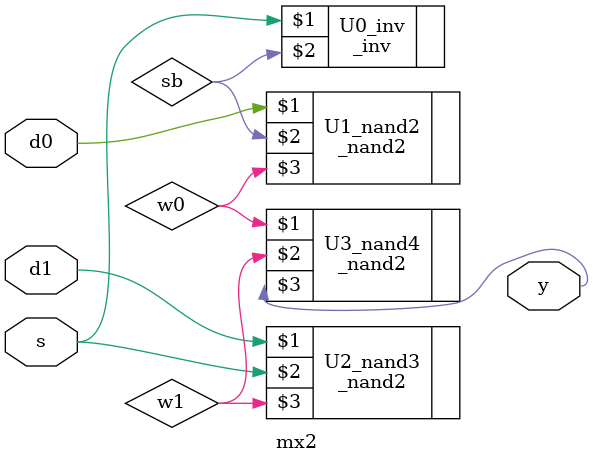
<source format=v>
module mx2(d0, d1, s, y); // mx2 module
   input d0, d1;
   input s;
   output y;
   
   wire sb, w0, w1;

   // load _inv module and _nand2 module
   _inv U0_inv(s, sb);
   _nand2 U1_nand2(d0, sb, w0);
   _nand2 U2_nand3(d1, s, w1);
   _nand2 U3_nand4(w0, w1, y);
endmodule 
</source>
